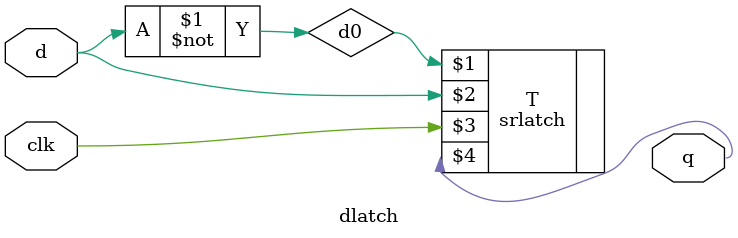
<source format=sv>
`timescale 1ns/1ns
module dlatch(input d,clk,output q);
wire d0;
not n(d0,d);
srlatch T(d0,d,clk,q);
endmodule

</source>
